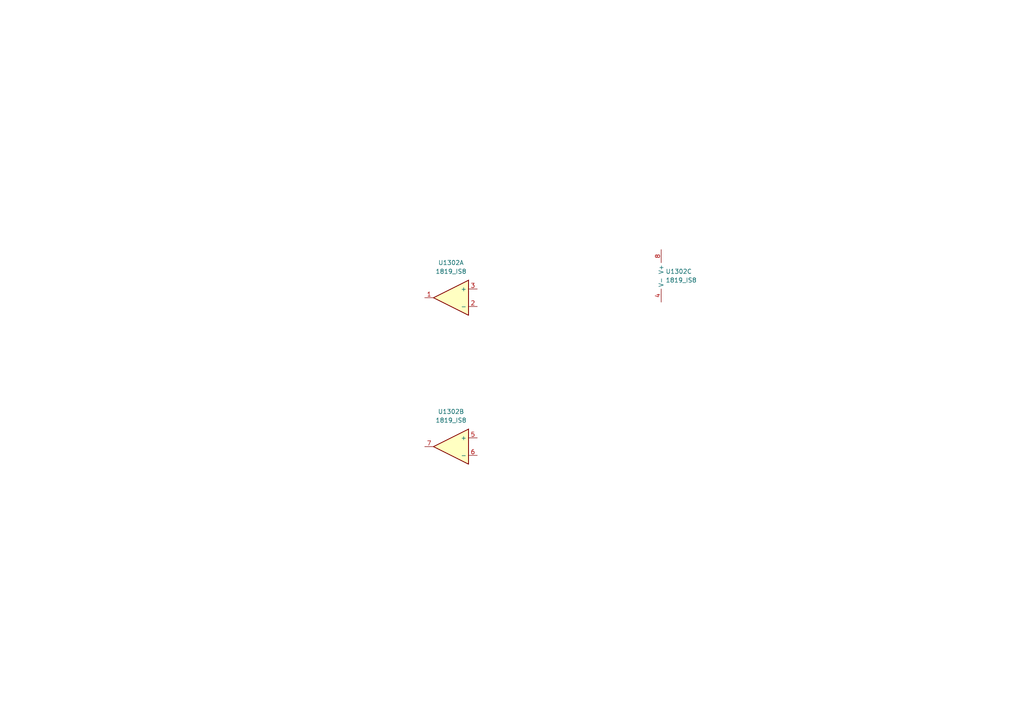
<source format=kicad_sch>
(kicad_sch (version 20250114) (generator "eeschema") (generator_version "9.0")
  (paper "A4")
  (lib_symbols
    (symbol "MYLIB_Misc:LT1819_IS8"
      (property "Reference" "U" (at 0 8.89 0))
      (property "Value" "1819_IS8" (at 0.508 6.858 0))
      (symbol "LT1819_IS8_1_1"
        (polyline (pts (xy -3.81 5.08) (xy 6.35 0) (xy -3.81 -5.08) (xy -3.81 5.08)) (stroke (width 0.254)) (fill (type background)))
        (pin input line (at -6.35 2.54 0) (length 2.54) (name "+") (number "3"))
        (pin input line (at -6.35 -2.54 0) (length 2.54) (name "-") (number "2"))
        (pin output line (at 8.89 0 180) (length 2.54) (name "~") (number "1"))
      )
      (symbol "LT1819_IS8_2_1"
        (polyline (pts (xy -3.81 5.08) (xy 6.35 0) (xy -3.81 -5.08) (xy -3.81 5.08)) (stroke (width 0.254)) (fill (type background)))
        (pin input line (at -6.35 2.54 0) (length 2.54) (name "+") (number "5"))
        (pin input line (at -6.35 -2.54 0) (length 2.54) (name "-") (number "6"))
        (pin output line (at 8.89 0 180) (length 2.54) (name "~") (number "7"))
      )
      (symbol "LT1819_IS8_3_1"
        (pin power_in line (at -6.35 7.62 270) (length 3.81) (name "V+") (number "8"))
        (pin power_in line (at -6.35 -7.62 90) (length 3.81) (name "V-") (number "4"))
      )
    )
  )
  (symbol (lib_id "MYLIB_Misc:LT1819_IS8") (at 185.42 80.01 0) (mirror y) (unit 3)
    (property "Reference" "U1302" (at 193.04 78.7399 0) (effects (justify right)))
    (property "Value" "1819_IS8" (at 193.04 81.2799 0) (effects (justify right)))
    (property "Footprint" "MYLIB_Misc:LT1819" (effects (hide yes)))
    (property "Datasheet" "https://www.analog.com/media/en/technical-documentation/data-sheets/18189fb.pdf" (effects (hide yes)))
    (property "Description" "ual wide bandwidth, high slew rate, low noise and distortion operational amplifi ers with excellent DC performance" (effects (hide yes)))
  )
  (symbol (lib_id "MYLIB_Misc:LT1819_IS8") (at 132.08 86.36 0) (mirror y) (unit 1)
    (property "Reference" "U1302" (at 130.81 76.2 0))
    (property "Value" "1819_IS8" (at 130.81 78.74 0))
    (property "Footprint" "MYLIB_Misc:LT1819" (effects (hide yes)))
    (property "Datasheet" "https://www.analog.com/media/en/technical-documentation/data-sheets/18189fb.pdf" (effects (hide yes)))
    (property "Description" "ual wide bandwidth, high slew rate, low noise and distortion operational amplifi ers with excellent DC performance" (effects (hide yes)))
  )
  (symbol (lib_id "MYLIB_Misc:LT1819_IS8") (at 132.08 129.54 0) (mirror y) (unit 2)
    (property "Reference" "U1302" (at 130.81 119.38 0))
    (property "Value" "1819_IS8" (at 130.81 121.92 0))
    (property "Footprint" "MYLIB_Misc:LT1819" (effects (hide yes)))
    (property "Datasheet" "https://www.analog.com/media/en/technical-documentation/data-sheets/18189fb.pdf" (effects (hide yes)))
    (property "Description" "ual wide bandwidth, high slew rate, low noise and distortion operational amplifi ers with excellent DC performance" (effects (hide yes)))
  )
)
</source>
